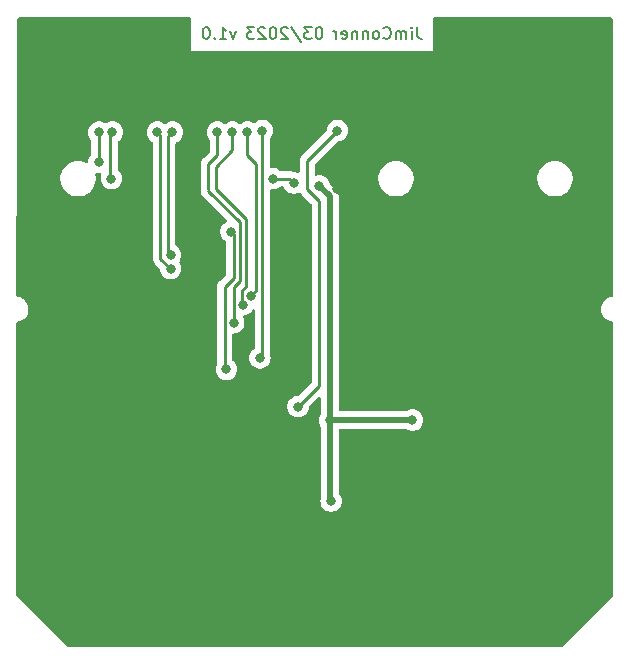
<source format=gbr>
%TF.GenerationSoftware,KiCad,Pcbnew,(7.0.0)*%
%TF.CreationDate,2023-03-05T21:21:49+00:00*%
%TF.ProjectId,connector,636f6e6e-6563-4746-9f72-2e6b69636164,rev?*%
%TF.SameCoordinates,Original*%
%TF.FileFunction,Copper,L2,Bot*%
%TF.FilePolarity,Positive*%
%FSLAX46Y46*%
G04 Gerber Fmt 4.6, Leading zero omitted, Abs format (unit mm)*
G04 Created by KiCad (PCBNEW (7.0.0)) date 2023-03-05 21:21:49*
%MOMM*%
%LPD*%
G01*
G04 APERTURE LIST*
%ADD10C,0.200000*%
%TA.AperFunction,NonConductor*%
%ADD11C,0.200000*%
%TD*%
%TA.AperFunction,ViaPad*%
%ADD12C,0.800000*%
%TD*%
%TA.AperFunction,Conductor*%
%ADD13C,0.500000*%
%TD*%
%TA.AperFunction,Conductor*%
%ADD14C,0.250000*%
%TD*%
G04 APERTURE END LIST*
D10*
D11*
X149625523Y-63883380D02*
X149625523Y-64597666D01*
X149625523Y-64597666D02*
X149673142Y-64740523D01*
X149673142Y-64740523D02*
X149768380Y-64835761D01*
X149768380Y-64835761D02*
X149911237Y-64883380D01*
X149911237Y-64883380D02*
X150006475Y-64883380D01*
X149149332Y-64883380D02*
X149149332Y-64216714D01*
X149149332Y-63883380D02*
X149196951Y-63931000D01*
X149196951Y-63931000D02*
X149149332Y-63978619D01*
X149149332Y-63978619D02*
X149101713Y-63931000D01*
X149101713Y-63931000D02*
X149149332Y-63883380D01*
X149149332Y-63883380D02*
X149149332Y-63978619D01*
X148673142Y-64883380D02*
X148673142Y-64216714D01*
X148673142Y-64311952D02*
X148625523Y-64264333D01*
X148625523Y-64264333D02*
X148530285Y-64216714D01*
X148530285Y-64216714D02*
X148387428Y-64216714D01*
X148387428Y-64216714D02*
X148292190Y-64264333D01*
X148292190Y-64264333D02*
X148244571Y-64359571D01*
X148244571Y-64359571D02*
X148244571Y-64883380D01*
X148244571Y-64359571D02*
X148196952Y-64264333D01*
X148196952Y-64264333D02*
X148101714Y-64216714D01*
X148101714Y-64216714D02*
X147958857Y-64216714D01*
X147958857Y-64216714D02*
X147863618Y-64264333D01*
X147863618Y-64264333D02*
X147815999Y-64359571D01*
X147815999Y-64359571D02*
X147815999Y-64883380D01*
X146768381Y-64788142D02*
X146816000Y-64835761D01*
X146816000Y-64835761D02*
X146958857Y-64883380D01*
X146958857Y-64883380D02*
X147054095Y-64883380D01*
X147054095Y-64883380D02*
X147196952Y-64835761D01*
X147196952Y-64835761D02*
X147292190Y-64740523D01*
X147292190Y-64740523D02*
X147339809Y-64645285D01*
X147339809Y-64645285D02*
X147387428Y-64454809D01*
X147387428Y-64454809D02*
X147387428Y-64311952D01*
X147387428Y-64311952D02*
X147339809Y-64121476D01*
X147339809Y-64121476D02*
X147292190Y-64026238D01*
X147292190Y-64026238D02*
X147196952Y-63931000D01*
X147196952Y-63931000D02*
X147054095Y-63883380D01*
X147054095Y-63883380D02*
X146958857Y-63883380D01*
X146958857Y-63883380D02*
X146816000Y-63931000D01*
X146816000Y-63931000D02*
X146768381Y-63978619D01*
X146196952Y-64883380D02*
X146292190Y-64835761D01*
X146292190Y-64835761D02*
X146339809Y-64788142D01*
X146339809Y-64788142D02*
X146387428Y-64692904D01*
X146387428Y-64692904D02*
X146387428Y-64407190D01*
X146387428Y-64407190D02*
X146339809Y-64311952D01*
X146339809Y-64311952D02*
X146292190Y-64264333D01*
X146292190Y-64264333D02*
X146196952Y-64216714D01*
X146196952Y-64216714D02*
X146054095Y-64216714D01*
X146054095Y-64216714D02*
X145958857Y-64264333D01*
X145958857Y-64264333D02*
X145911238Y-64311952D01*
X145911238Y-64311952D02*
X145863619Y-64407190D01*
X145863619Y-64407190D02*
X145863619Y-64692904D01*
X145863619Y-64692904D02*
X145911238Y-64788142D01*
X145911238Y-64788142D02*
X145958857Y-64835761D01*
X145958857Y-64835761D02*
X146054095Y-64883380D01*
X146054095Y-64883380D02*
X146196952Y-64883380D01*
X145435047Y-64216714D02*
X145435047Y-64883380D01*
X145435047Y-64311952D02*
X145387428Y-64264333D01*
X145387428Y-64264333D02*
X145292190Y-64216714D01*
X145292190Y-64216714D02*
X145149333Y-64216714D01*
X145149333Y-64216714D02*
X145054095Y-64264333D01*
X145054095Y-64264333D02*
X145006476Y-64359571D01*
X145006476Y-64359571D02*
X145006476Y-64883380D01*
X144530285Y-64216714D02*
X144530285Y-64883380D01*
X144530285Y-64311952D02*
X144482666Y-64264333D01*
X144482666Y-64264333D02*
X144387428Y-64216714D01*
X144387428Y-64216714D02*
X144244571Y-64216714D01*
X144244571Y-64216714D02*
X144149333Y-64264333D01*
X144149333Y-64264333D02*
X144101714Y-64359571D01*
X144101714Y-64359571D02*
X144101714Y-64883380D01*
X143244571Y-64835761D02*
X143339809Y-64883380D01*
X143339809Y-64883380D02*
X143530285Y-64883380D01*
X143530285Y-64883380D02*
X143625523Y-64835761D01*
X143625523Y-64835761D02*
X143673142Y-64740523D01*
X143673142Y-64740523D02*
X143673142Y-64359571D01*
X143673142Y-64359571D02*
X143625523Y-64264333D01*
X143625523Y-64264333D02*
X143530285Y-64216714D01*
X143530285Y-64216714D02*
X143339809Y-64216714D01*
X143339809Y-64216714D02*
X143244571Y-64264333D01*
X143244571Y-64264333D02*
X143196952Y-64359571D01*
X143196952Y-64359571D02*
X143196952Y-64454809D01*
X143196952Y-64454809D02*
X143673142Y-64550047D01*
X142768380Y-64883380D02*
X142768380Y-64216714D01*
X142768380Y-64407190D02*
X142720761Y-64311952D01*
X142720761Y-64311952D02*
X142673142Y-64264333D01*
X142673142Y-64264333D02*
X142577904Y-64216714D01*
X142577904Y-64216714D02*
X142482666Y-64216714D01*
X141358856Y-63883380D02*
X141263618Y-63883380D01*
X141263618Y-63883380D02*
X141168380Y-63931000D01*
X141168380Y-63931000D02*
X141120761Y-63978619D01*
X141120761Y-63978619D02*
X141073142Y-64073857D01*
X141073142Y-64073857D02*
X141025523Y-64264333D01*
X141025523Y-64264333D02*
X141025523Y-64502428D01*
X141025523Y-64502428D02*
X141073142Y-64692904D01*
X141073142Y-64692904D02*
X141120761Y-64788142D01*
X141120761Y-64788142D02*
X141168380Y-64835761D01*
X141168380Y-64835761D02*
X141263618Y-64883380D01*
X141263618Y-64883380D02*
X141358856Y-64883380D01*
X141358856Y-64883380D02*
X141454094Y-64835761D01*
X141454094Y-64835761D02*
X141501713Y-64788142D01*
X141501713Y-64788142D02*
X141549332Y-64692904D01*
X141549332Y-64692904D02*
X141596951Y-64502428D01*
X141596951Y-64502428D02*
X141596951Y-64264333D01*
X141596951Y-64264333D02*
X141549332Y-64073857D01*
X141549332Y-64073857D02*
X141501713Y-63978619D01*
X141501713Y-63978619D02*
X141454094Y-63931000D01*
X141454094Y-63931000D02*
X141358856Y-63883380D01*
X140692189Y-63883380D02*
X140073142Y-63883380D01*
X140073142Y-63883380D02*
X140406475Y-64264333D01*
X140406475Y-64264333D02*
X140263618Y-64264333D01*
X140263618Y-64264333D02*
X140168380Y-64311952D01*
X140168380Y-64311952D02*
X140120761Y-64359571D01*
X140120761Y-64359571D02*
X140073142Y-64454809D01*
X140073142Y-64454809D02*
X140073142Y-64692904D01*
X140073142Y-64692904D02*
X140120761Y-64788142D01*
X140120761Y-64788142D02*
X140168380Y-64835761D01*
X140168380Y-64835761D02*
X140263618Y-64883380D01*
X140263618Y-64883380D02*
X140549332Y-64883380D01*
X140549332Y-64883380D02*
X140644570Y-64835761D01*
X140644570Y-64835761D02*
X140692189Y-64788142D01*
X138930285Y-63835761D02*
X139787427Y-65121476D01*
X138644570Y-63978619D02*
X138596951Y-63931000D01*
X138596951Y-63931000D02*
X138501713Y-63883380D01*
X138501713Y-63883380D02*
X138263618Y-63883380D01*
X138263618Y-63883380D02*
X138168380Y-63931000D01*
X138168380Y-63931000D02*
X138120761Y-63978619D01*
X138120761Y-63978619D02*
X138073142Y-64073857D01*
X138073142Y-64073857D02*
X138073142Y-64169095D01*
X138073142Y-64169095D02*
X138120761Y-64311952D01*
X138120761Y-64311952D02*
X138692189Y-64883380D01*
X138692189Y-64883380D02*
X138073142Y-64883380D01*
X137454094Y-63883380D02*
X137358856Y-63883380D01*
X137358856Y-63883380D02*
X137263618Y-63931000D01*
X137263618Y-63931000D02*
X137215999Y-63978619D01*
X137215999Y-63978619D02*
X137168380Y-64073857D01*
X137168380Y-64073857D02*
X137120761Y-64264333D01*
X137120761Y-64264333D02*
X137120761Y-64502428D01*
X137120761Y-64502428D02*
X137168380Y-64692904D01*
X137168380Y-64692904D02*
X137215999Y-64788142D01*
X137215999Y-64788142D02*
X137263618Y-64835761D01*
X137263618Y-64835761D02*
X137358856Y-64883380D01*
X137358856Y-64883380D02*
X137454094Y-64883380D01*
X137454094Y-64883380D02*
X137549332Y-64835761D01*
X137549332Y-64835761D02*
X137596951Y-64788142D01*
X137596951Y-64788142D02*
X137644570Y-64692904D01*
X137644570Y-64692904D02*
X137692189Y-64502428D01*
X137692189Y-64502428D02*
X137692189Y-64264333D01*
X137692189Y-64264333D02*
X137644570Y-64073857D01*
X137644570Y-64073857D02*
X137596951Y-63978619D01*
X137596951Y-63978619D02*
X137549332Y-63931000D01*
X137549332Y-63931000D02*
X137454094Y-63883380D01*
X136739808Y-63978619D02*
X136692189Y-63931000D01*
X136692189Y-63931000D02*
X136596951Y-63883380D01*
X136596951Y-63883380D02*
X136358856Y-63883380D01*
X136358856Y-63883380D02*
X136263618Y-63931000D01*
X136263618Y-63931000D02*
X136215999Y-63978619D01*
X136215999Y-63978619D02*
X136168380Y-64073857D01*
X136168380Y-64073857D02*
X136168380Y-64169095D01*
X136168380Y-64169095D02*
X136215999Y-64311952D01*
X136215999Y-64311952D02*
X136787427Y-64883380D01*
X136787427Y-64883380D02*
X136168380Y-64883380D01*
X135835046Y-63883380D02*
X135215999Y-63883380D01*
X135215999Y-63883380D02*
X135549332Y-64264333D01*
X135549332Y-64264333D02*
X135406475Y-64264333D01*
X135406475Y-64264333D02*
X135311237Y-64311952D01*
X135311237Y-64311952D02*
X135263618Y-64359571D01*
X135263618Y-64359571D02*
X135215999Y-64454809D01*
X135215999Y-64454809D02*
X135215999Y-64692904D01*
X135215999Y-64692904D02*
X135263618Y-64788142D01*
X135263618Y-64788142D02*
X135311237Y-64835761D01*
X135311237Y-64835761D02*
X135406475Y-64883380D01*
X135406475Y-64883380D02*
X135692189Y-64883380D01*
X135692189Y-64883380D02*
X135787427Y-64835761D01*
X135787427Y-64835761D02*
X135835046Y-64788142D01*
X134282665Y-64216714D02*
X134044570Y-64883380D01*
X134044570Y-64883380D02*
X133806475Y-64216714D01*
X132901713Y-64883380D02*
X133473141Y-64883380D01*
X133187427Y-64883380D02*
X133187427Y-63883380D01*
X133187427Y-63883380D02*
X133282665Y-64026238D01*
X133282665Y-64026238D02*
X133377903Y-64121476D01*
X133377903Y-64121476D02*
X133473141Y-64169095D01*
X132473141Y-64788142D02*
X132425522Y-64835761D01*
X132425522Y-64835761D02*
X132473141Y-64883380D01*
X132473141Y-64883380D02*
X132520760Y-64835761D01*
X132520760Y-64835761D02*
X132473141Y-64788142D01*
X132473141Y-64788142D02*
X132473141Y-64883380D01*
X131806475Y-63883380D02*
X131711237Y-63883380D01*
X131711237Y-63883380D02*
X131615999Y-63931000D01*
X131615999Y-63931000D02*
X131568380Y-63978619D01*
X131568380Y-63978619D02*
X131520761Y-64073857D01*
X131520761Y-64073857D02*
X131473142Y-64264333D01*
X131473142Y-64264333D02*
X131473142Y-64502428D01*
X131473142Y-64502428D02*
X131520761Y-64692904D01*
X131520761Y-64692904D02*
X131568380Y-64788142D01*
X131568380Y-64788142D02*
X131615999Y-64835761D01*
X131615999Y-64835761D02*
X131711237Y-64883380D01*
X131711237Y-64883380D02*
X131806475Y-64883380D01*
X131806475Y-64883380D02*
X131901713Y-64835761D01*
X131901713Y-64835761D02*
X131949332Y-64788142D01*
X131949332Y-64788142D02*
X131996951Y-64692904D01*
X131996951Y-64692904D02*
X132044570Y-64502428D01*
X132044570Y-64502428D02*
X132044570Y-64264333D01*
X132044570Y-64264333D02*
X131996951Y-64073857D01*
X131996951Y-64073857D02*
X131949332Y-63978619D01*
X131949332Y-63978619D02*
X131901713Y-63931000D01*
X131901713Y-63931000D02*
X131806475Y-63883380D01*
D12*
%TO.N,GND*%
X142812000Y-77597000D03*
X144843500Y-72453500D03*
X150082000Y-88519000D03*
%TO.N,VCC*%
X142208000Y-97155000D03*
X149225000Y-97155000D03*
X142335000Y-104013000D03*
X141351000Y-77343000D03*
%TO.N,/A14*%
X142875000Y-72644000D03*
X139536701Y-96012000D03*
%TO.N,/A13*%
X136525000Y-72644000D03*
X136306800Y-91880200D03*
%TO.N,/A8*%
X135514500Y-86614000D03*
X135255000Y-72771000D03*
%TO.N,/A9*%
X133985000Y-72771000D03*
X134859229Y-87368736D03*
%TO.N,/A11*%
X134084299Y-88895701D03*
X132715000Y-72771000D03*
%TO.N,/A10*%
X128905000Y-72771000D03*
X128741701Y-83189299D03*
%TO.N,/D4*%
X122682000Y-72771000D03*
X122682000Y-75311000D03*
%TO.N,/D3*%
X123735000Y-76708000D03*
X123825000Y-72771000D03*
%TO.N,/ROE*%
X137414000Y-76708000D03*
X139192000Y-77089000D03*
%TO.N,Net-(D1-K)*%
X133472701Y-92841299D03*
X133863500Y-81190500D03*
%TO.N,/~{SE1}*%
X127635000Y-72771000D03*
X128746000Y-84328000D03*
%TD*%
D13*
%TO.N,VCC*%
X142208000Y-78200000D02*
X142208000Y-78359000D01*
X141351000Y-77343000D02*
X142208000Y-78200000D01*
D14*
%TO.N,/A14*%
X140303000Y-75216000D02*
X142875000Y-72644000D01*
X140303000Y-77601653D02*
X140303000Y-75216000D01*
%TO.N,/A8*%
X135514500Y-86614000D02*
X136017000Y-86111500D01*
X136017000Y-86111500D02*
X136017000Y-86016500D01*
%TO.N,/A10*%
X128524000Y-82971598D02*
X128524000Y-82812598D01*
X128741701Y-83189299D02*
X128524000Y-82971598D01*
%TO.N,/~{SE1}*%
X128746000Y-84328000D02*
X127889000Y-83471000D01*
X127889000Y-83471000D02*
X127889000Y-83312000D01*
%TO.N,VCC*%
X142335000Y-104013000D02*
X142208000Y-103886000D01*
D13*
X142208000Y-103886000D02*
X142208000Y-97155000D01*
X149225000Y-97155000D02*
X142208000Y-97155000D01*
X142208000Y-78359000D02*
X142208000Y-97155000D01*
D14*
%TO.N,/A14*%
X141319000Y-94229701D02*
X141319000Y-78617653D01*
X141319000Y-78617653D02*
X140303000Y-77601653D01*
X139536701Y-96012000D02*
X141319000Y-94229701D01*
%TO.N,/A13*%
X136525000Y-91567000D02*
X136525000Y-72644000D01*
X136306800Y-91880200D02*
X136493000Y-91694000D01*
%TO.N,/A8*%
X135255000Y-74676000D02*
X135255000Y-72771000D01*
X136017000Y-86016500D02*
X136017000Y-75438000D01*
X136017000Y-75438000D02*
X135255000Y-74676000D01*
%TO.N,/A9*%
X132588000Y-77470000D02*
X132588000Y-75692000D01*
X134789500Y-87299007D02*
X134789500Y-86158500D01*
X132588000Y-75692000D02*
X133985000Y-74295000D01*
X134789500Y-86158500D02*
X135096000Y-85852000D01*
X134859229Y-87368736D02*
X134789500Y-87299007D01*
X135096000Y-85852000D02*
X135096000Y-80137000D01*
X133985000Y-74295000D02*
X133985000Y-72771000D01*
X135096000Y-80137000D02*
X132556000Y-77597000D01*
%TO.N,/A11*%
X131953000Y-77597000D02*
X131953000Y-75438000D01*
X134588000Y-85344000D02*
X134588000Y-80391000D01*
X134080000Y-85852000D02*
X134588000Y-85344000D01*
X131953000Y-75438000D02*
X132715000Y-74676000D01*
X134084299Y-88895701D02*
X134080000Y-88891402D01*
X134588000Y-80391000D02*
X131921000Y-77724000D01*
X134080000Y-88891402D02*
X134080000Y-85852000D01*
X132715000Y-74676000D02*
X132715000Y-72771000D01*
%TO.N,/A10*%
X128524000Y-73152000D02*
X128905000Y-72771000D01*
X128524000Y-82812598D02*
X128524000Y-73152000D01*
%TO.N,/D4*%
X122682000Y-75311000D02*
X122682000Y-72771000D01*
%TO.N,/D3*%
X123735000Y-76708000D02*
X123630200Y-76603200D01*
X123630200Y-76603200D02*
X123630200Y-72965800D01*
X123630200Y-72965800D02*
X123825000Y-72771000D01*
%TO.N,/ROE*%
X138811000Y-76708000D02*
X139192000Y-77089000D01*
X137414000Y-76708000D02*
X138811000Y-76708000D01*
%TO.N,Net-(D1-K)*%
X133472701Y-92841299D02*
X133318000Y-92686598D01*
X134080000Y-85090000D02*
X134080000Y-81407000D01*
X133318000Y-92686598D02*
X133318000Y-85852000D01*
X133318000Y-85852000D02*
X134080000Y-85090000D01*
X134080000Y-81407000D02*
X133863500Y-81190500D01*
%TO.N,/~{SE1}*%
X127889000Y-73025000D02*
X127635000Y-72771000D01*
X127889000Y-83312000D02*
X127889000Y-73025000D01*
%TD*%
%TA.AperFunction,Conductor*%
%TO.N,GND*%
G36*
X130418310Y-63034381D02*
G01*
X130464429Y-63080500D01*
X130481310Y-63143500D01*
X130481310Y-65917357D01*
X150934101Y-65917357D01*
X150950691Y-65917357D01*
X150950691Y-63143500D01*
X150967572Y-63080500D01*
X151013691Y-63034381D01*
X151076691Y-63017500D01*
X165926246Y-63017500D01*
X165974464Y-63027091D01*
X166015341Y-63054404D01*
X166180508Y-63219570D01*
X166207855Y-63260527D01*
X166217413Y-63308838D01*
X166185695Y-86597732D01*
X166172435Y-86653825D01*
X166135581Y-86698145D01*
X166082848Y-86721415D01*
X165999770Y-86736945D01*
X165924759Y-86750967D01*
X165919336Y-86753067D01*
X165919332Y-86753069D01*
X165750209Y-86818587D01*
X165750201Y-86818590D01*
X165744775Y-86820693D01*
X165739824Y-86823758D01*
X165739815Y-86823763D01*
X165585620Y-86919237D01*
X165580667Y-86922304D01*
X165576368Y-86926222D01*
X165576364Y-86926226D01*
X165442330Y-87048414D01*
X165442322Y-87048422D01*
X165438025Y-87052340D01*
X165434520Y-87056980D01*
X165434512Y-87056990D01*
X165325215Y-87201723D01*
X165325211Y-87201728D01*
X165321705Y-87206372D01*
X165319110Y-87211581D01*
X165319107Y-87211588D01*
X165238266Y-87373937D01*
X165238261Y-87373948D01*
X165235669Y-87379155D01*
X165234075Y-87384756D01*
X165234075Y-87384757D01*
X165184439Y-87559206D01*
X165184436Y-87559216D01*
X165182847Y-87564805D01*
X165165038Y-87757000D01*
X165182847Y-87949195D01*
X165184437Y-87954785D01*
X165184439Y-87954793D01*
X165205287Y-88028063D01*
X165235669Y-88134845D01*
X165238263Y-88140055D01*
X165238266Y-88140062D01*
X165318050Y-88300288D01*
X165321705Y-88307628D01*
X165325214Y-88312275D01*
X165325215Y-88312276D01*
X165434512Y-88457009D01*
X165434516Y-88457013D01*
X165438025Y-88461660D01*
X165442327Y-88465582D01*
X165442330Y-88465585D01*
X165506567Y-88524145D01*
X165580667Y-88591696D01*
X165744775Y-88693307D01*
X165924759Y-88763033D01*
X166082653Y-88792548D01*
X166135432Y-88815853D01*
X166172291Y-88860240D01*
X166185500Y-88916403D01*
X166185500Y-112019310D01*
X166175909Y-112067528D01*
X166148595Y-112108405D01*
X161961905Y-116295095D01*
X161921028Y-116322409D01*
X161872810Y-116332000D01*
X120067190Y-116332000D01*
X120018972Y-116322409D01*
X119978095Y-116295095D01*
X115733905Y-112050905D01*
X115706591Y-112010028D01*
X115697000Y-111961810D01*
X115697000Y-88915188D01*
X115710209Y-88859025D01*
X115747068Y-88814638D01*
X115799847Y-88791333D01*
X115951241Y-88763033D01*
X116131225Y-88693307D01*
X116295333Y-88591696D01*
X116437975Y-88461660D01*
X116554295Y-88307628D01*
X116640331Y-88134845D01*
X116693153Y-87949195D01*
X116710962Y-87757000D01*
X116693153Y-87564805D01*
X116640331Y-87379155D01*
X116608632Y-87315496D01*
X116556892Y-87211588D01*
X116554295Y-87206372D01*
X116437975Y-87052340D01*
X116433671Y-87048417D01*
X116433669Y-87048414D01*
X116299635Y-86926226D01*
X116299636Y-86926226D01*
X116295333Y-86922304D01*
X116222003Y-86876900D01*
X116136184Y-86823763D01*
X116136180Y-86823761D01*
X116131225Y-86820693D01*
X116125794Y-86818589D01*
X116125790Y-86818587D01*
X115956667Y-86753069D01*
X115956666Y-86753068D01*
X115951241Y-86750967D01*
X115945522Y-86749898D01*
X115945519Y-86749897D01*
X115852252Y-86732462D01*
X115799847Y-86722666D01*
X115747068Y-86699362D01*
X115710209Y-86654975D01*
X115697000Y-86598812D01*
X115697000Y-81968648D01*
X115702585Y-77867762D01*
X115703995Y-76832335D01*
X119403500Y-76832335D01*
X119404356Y-76837469D01*
X119404357Y-76837472D01*
X119426712Y-76971444D01*
X119444429Y-77077614D01*
X119446119Y-77082538D01*
X119446121Y-77082544D01*
X119523478Y-77307878D01*
X119523481Y-77307886D01*
X119525172Y-77312810D01*
X119643526Y-77531509D01*
X119646725Y-77535619D01*
X119789085Y-77718524D01*
X119796262Y-77727744D01*
X119800093Y-77731271D01*
X119800098Y-77731276D01*
X119934766Y-77855246D01*
X119979215Y-77896164D01*
X120187393Y-78032173D01*
X120415119Y-78132063D01*
X120656179Y-78193108D01*
X120841933Y-78208500D01*
X120963453Y-78208500D01*
X120966067Y-78208500D01*
X121151821Y-78193108D01*
X121392881Y-78132063D01*
X121620607Y-78032173D01*
X121828785Y-77896164D01*
X122011738Y-77727744D01*
X122164474Y-77531509D01*
X122282828Y-77312810D01*
X122363571Y-77077614D01*
X122404500Y-76832335D01*
X122404500Y-76583665D01*
X122365248Y-76348437D01*
X122369968Y-76287940D01*
X122402420Y-76236663D01*
X122455078Y-76206503D01*
X122515727Y-76204454D01*
X122525367Y-76206503D01*
X122586513Y-76219500D01*
X122593116Y-76219500D01*
X122765046Y-76219500D01*
X122822249Y-76233233D01*
X122866982Y-76271439D01*
X122889495Y-76325789D01*
X122884879Y-76384436D01*
X122843497Y-76511794D01*
X122843495Y-76511801D01*
X122841458Y-76518072D01*
X122840768Y-76524633D01*
X122840768Y-76524635D01*
X122835104Y-76578527D01*
X122821496Y-76708000D01*
X122841458Y-76897928D01*
X122843495Y-76904200D01*
X122843497Y-76904205D01*
X122898430Y-77073271D01*
X122898433Y-77073278D01*
X122900473Y-77079556D01*
X122995960Y-77244944D01*
X123123747Y-77386866D01*
X123278248Y-77499118D01*
X123452712Y-77576794D01*
X123639513Y-77616500D01*
X123823884Y-77616500D01*
X123830487Y-77616500D01*
X124017288Y-77576794D01*
X124191752Y-77499118D01*
X124346253Y-77386866D01*
X124474040Y-77244944D01*
X124569527Y-77079556D01*
X124628542Y-76897928D01*
X124648504Y-76708000D01*
X124628542Y-76518072D01*
X124569527Y-76336444D01*
X124474040Y-76171056D01*
X124346253Y-76029134D01*
X124315639Y-76006891D01*
X124277433Y-75962158D01*
X124263700Y-75904955D01*
X124263700Y-73639434D01*
X124277433Y-73582231D01*
X124315639Y-73537498D01*
X124377467Y-73492576D01*
X124436253Y-73449866D01*
X124564040Y-73307944D01*
X124659527Y-73142556D01*
X124718542Y-72960928D01*
X124738504Y-72771000D01*
X126721496Y-72771000D01*
X126741458Y-72960928D01*
X126743495Y-72967200D01*
X126743497Y-72967205D01*
X126798430Y-73136271D01*
X126798433Y-73136278D01*
X126800473Y-73142556D01*
X126895960Y-73307944D01*
X126930698Y-73346524D01*
X127012884Y-73437802D01*
X127023747Y-73449866D01*
X127178248Y-73562118D01*
X127184280Y-73564803D01*
X127190001Y-73568107D01*
X127189342Y-73569247D01*
X127220146Y-73590822D01*
X127246328Y-73631145D01*
X127255500Y-73678339D01*
X127255500Y-83392233D01*
X127254972Y-83403416D01*
X127253298Y-83410909D01*
X127253547Y-83418833D01*
X127253547Y-83418835D01*
X127255438Y-83478986D01*
X127255500Y-83482945D01*
X127255500Y-83510856D01*
X127255995Y-83514774D01*
X127255997Y-83514806D01*
X127256008Y-83514888D01*
X127256937Y-83526697D01*
X127258077Y-83562969D01*
X127258078Y-83562976D01*
X127258327Y-83570889D01*
X127260537Y-83578498D01*
X127260538Y-83578500D01*
X127263978Y-83590342D01*
X127267986Y-83609693D01*
X127270526Y-83629797D01*
X127273444Y-83637169D01*
X127273445Y-83637170D01*
X127286800Y-83670901D01*
X127290645Y-83682130D01*
X127300771Y-83716986D01*
X127300773Y-83716992D01*
X127302982Y-83724593D01*
X127307014Y-83731411D01*
X127307015Y-83731413D01*
X127313293Y-83742029D01*
X127321990Y-83759782D01*
X127329448Y-83778617D01*
X127334107Y-83785030D01*
X127334108Y-83785031D01*
X127355432Y-83814381D01*
X127361948Y-83824301D01*
X127380422Y-83855538D01*
X127384458Y-83862362D01*
X127390063Y-83867967D01*
X127398778Y-83876682D01*
X127411618Y-83891715D01*
X127423528Y-83908107D01*
X127429635Y-83913159D01*
X127429636Y-83913160D01*
X127457592Y-83936287D01*
X127466373Y-83944277D01*
X127798878Y-84276783D01*
X127823508Y-84311633D01*
X127835092Y-84352707D01*
X127851768Y-84511364D01*
X127852458Y-84517928D01*
X127854495Y-84524200D01*
X127854497Y-84524205D01*
X127909430Y-84693271D01*
X127909433Y-84693278D01*
X127911473Y-84699556D01*
X128006960Y-84864944D01*
X128134747Y-85006866D01*
X128289248Y-85119118D01*
X128463712Y-85196794D01*
X128650513Y-85236500D01*
X128834884Y-85236500D01*
X128841487Y-85236500D01*
X129028288Y-85196794D01*
X129202752Y-85119118D01*
X129357253Y-85006866D01*
X129485040Y-84864944D01*
X129580527Y-84699556D01*
X129639542Y-84517928D01*
X129659504Y-84328000D01*
X129639542Y-84138072D01*
X129580527Y-83956444D01*
X129500552Y-83817924D01*
X129483672Y-83754926D01*
X129500551Y-83691929D01*
X129576228Y-83560855D01*
X129635243Y-83379227D01*
X129655205Y-83189299D01*
X129635243Y-82999371D01*
X129576228Y-82817743D01*
X129480741Y-82652355D01*
X129352954Y-82510433D01*
X129347612Y-82506552D01*
X129347609Y-82506549D01*
X129209439Y-82406163D01*
X129171233Y-82361430D01*
X129157500Y-82304227D01*
X129157500Y-77663909D01*
X131285298Y-77663909D01*
X131285547Y-77671833D01*
X131285547Y-77671835D01*
X131290077Y-77815963D01*
X131290078Y-77815969D01*
X131290327Y-77823889D01*
X131292538Y-77831501D01*
X131292539Y-77831504D01*
X131329174Y-77957603D01*
X131334982Y-77977593D01*
X131339014Y-77984411D01*
X131339016Y-77984415D01*
X131412424Y-78108541D01*
X131416458Y-78115362D01*
X131422062Y-78120966D01*
X131422063Y-78120967D01*
X133480354Y-80179258D01*
X133511591Y-80230988D01*
X133515149Y-80291314D01*
X133490210Y-80346358D01*
X133442509Y-80383459D01*
X133412783Y-80396694D01*
X133412774Y-80396698D01*
X133406748Y-80399382D01*
X133401407Y-80403262D01*
X133401406Y-80403263D01*
X133257591Y-80507750D01*
X133257583Y-80507756D01*
X133252247Y-80511634D01*
X133247830Y-80516539D01*
X133247825Y-80516544D01*
X133128879Y-80648648D01*
X133124460Y-80653556D01*
X133121161Y-80659269D01*
X133121158Y-80659274D01*
X133032277Y-80813221D01*
X133028973Y-80818944D01*
X133026934Y-80825218D01*
X133026930Y-80825228D01*
X132971997Y-80994294D01*
X132971995Y-80994301D01*
X132969958Y-81000572D01*
X132949996Y-81190500D01*
X132969958Y-81380428D01*
X132971995Y-81386700D01*
X132971997Y-81386705D01*
X133026930Y-81555771D01*
X133026933Y-81555778D01*
X133028973Y-81562056D01*
X133124460Y-81727444D01*
X133252247Y-81869366D01*
X133257589Y-81873247D01*
X133257591Y-81873249D01*
X133394561Y-81972764D01*
X133432767Y-82017497D01*
X133446500Y-82074700D01*
X133446500Y-84775405D01*
X133436909Y-84823623D01*
X133409595Y-84864501D01*
X132925741Y-85348353D01*
X132917458Y-85355889D01*
X132910982Y-85360000D01*
X132905562Y-85365771D01*
X132905559Y-85365774D01*
X132864370Y-85409636D01*
X132861621Y-85412472D01*
X132844667Y-85429427D01*
X132844660Y-85429434D01*
X132841865Y-85432230D01*
X132839442Y-85435352D01*
X132839426Y-85435371D01*
X132839365Y-85435451D01*
X132831690Y-85444435D01*
X132806838Y-85470902D01*
X132806835Y-85470904D01*
X132801414Y-85476679D01*
X132797600Y-85483614D01*
X132797592Y-85483627D01*
X132791650Y-85494436D01*
X132780803Y-85510949D01*
X132773243Y-85520695D01*
X132773237Y-85520704D01*
X132768386Y-85526959D01*
X132765242Y-85534223D01*
X132765238Y-85534231D01*
X132750824Y-85567540D01*
X132745604Y-85578195D01*
X132728125Y-85609989D01*
X132728121Y-85609997D01*
X132724305Y-85616940D01*
X132722333Y-85624616D01*
X132722331Y-85624624D01*
X132719266Y-85636562D01*
X132712865Y-85655259D01*
X132707968Y-85666576D01*
X132707966Y-85666581D01*
X132704819Y-85673855D01*
X132703579Y-85681680D01*
X132703577Y-85681689D01*
X132697901Y-85717524D01*
X132695495Y-85729144D01*
X132686471Y-85764289D01*
X132686469Y-85764297D01*
X132684500Y-85771970D01*
X132684500Y-85779899D01*
X132684500Y-85792224D01*
X132682949Y-85811935D01*
X132681019Y-85824114D01*
X132681018Y-85824121D01*
X132679780Y-85831943D01*
X132680525Y-85839826D01*
X132680525Y-85839834D01*
X132683941Y-85875961D01*
X132684500Y-85887819D01*
X132684500Y-92355743D01*
X132667619Y-92418742D01*
X132638174Y-92469743D01*
X132636135Y-92476017D01*
X132636131Y-92476027D01*
X132581198Y-92645093D01*
X132581196Y-92645100D01*
X132579159Y-92651371D01*
X132578469Y-92657932D01*
X132578469Y-92657934D01*
X132568754Y-92750366D01*
X132559197Y-92841299D01*
X132579159Y-93031227D01*
X132581196Y-93037499D01*
X132581198Y-93037504D01*
X132636131Y-93206570D01*
X132636134Y-93206577D01*
X132638174Y-93212855D01*
X132733661Y-93378243D01*
X132861448Y-93520165D01*
X133015949Y-93632417D01*
X133190413Y-93710093D01*
X133377214Y-93749799D01*
X133561585Y-93749799D01*
X133568188Y-93749799D01*
X133754989Y-93710093D01*
X133929453Y-93632417D01*
X134083954Y-93520165D01*
X134211741Y-93378243D01*
X134307228Y-93212855D01*
X134366243Y-93031227D01*
X134386205Y-92841299D01*
X134366243Y-92651371D01*
X134307228Y-92469743D01*
X134211741Y-92304355D01*
X134083954Y-92162433D01*
X134078612Y-92158552D01*
X134078609Y-92158549D01*
X134003439Y-92103935D01*
X133965233Y-92059202D01*
X133951500Y-92001999D01*
X133951500Y-89930201D01*
X133968381Y-89867201D01*
X134014500Y-89821082D01*
X134077500Y-89804201D01*
X134173183Y-89804201D01*
X134179786Y-89804201D01*
X134366587Y-89764495D01*
X134541051Y-89686819D01*
X134695552Y-89574567D01*
X134823339Y-89432645D01*
X134918826Y-89267257D01*
X134977841Y-89085629D01*
X134997803Y-88895701D01*
X134977841Y-88705773D01*
X134918826Y-88524145D01*
X134882490Y-88461209D01*
X134865782Y-88404803D01*
X134876502Y-88346960D01*
X134912315Y-88300288D01*
X134965410Y-88274962D01*
X135141517Y-88237530D01*
X135315981Y-88159854D01*
X135470482Y-88047602D01*
X135598269Y-87905680D01*
X135656381Y-87805026D01*
X135702500Y-87758908D01*
X135765500Y-87742027D01*
X135828500Y-87758908D01*
X135874619Y-87805027D01*
X135891500Y-87868027D01*
X135891500Y-90994765D01*
X135877767Y-91051968D01*
X135839561Y-91096701D01*
X135700891Y-91197450D01*
X135700883Y-91197456D01*
X135695547Y-91201334D01*
X135691130Y-91206239D01*
X135691125Y-91206244D01*
X135572179Y-91338348D01*
X135567760Y-91343256D01*
X135564461Y-91348969D01*
X135564458Y-91348974D01*
X135475577Y-91502921D01*
X135472273Y-91508644D01*
X135470234Y-91514918D01*
X135470230Y-91514928D01*
X135415297Y-91683994D01*
X135415295Y-91684001D01*
X135413258Y-91690272D01*
X135393296Y-91880200D01*
X135413258Y-92070128D01*
X135415295Y-92076400D01*
X135415297Y-92076405D01*
X135470230Y-92245471D01*
X135470233Y-92245478D01*
X135472273Y-92251756D01*
X135567760Y-92417144D01*
X135695547Y-92559066D01*
X135850048Y-92671318D01*
X136024512Y-92748994D01*
X136211313Y-92788700D01*
X136395684Y-92788700D01*
X136402287Y-92788700D01*
X136589088Y-92748994D01*
X136763552Y-92671318D01*
X136918053Y-92559066D01*
X137045840Y-92417144D01*
X137141327Y-92251756D01*
X137200342Y-92070128D01*
X137220304Y-91880200D01*
X137200342Y-91690272D01*
X137164666Y-91580476D01*
X137158500Y-91541540D01*
X137158500Y-77738086D01*
X137170774Y-77683843D01*
X137205204Y-77640167D01*
X137255082Y-77615568D01*
X137305435Y-77614907D01*
X137305485Y-77614437D01*
X137309455Y-77614854D01*
X137310692Y-77614838D01*
X137312052Y-77615127D01*
X137312055Y-77615127D01*
X137318513Y-77616500D01*
X137502884Y-77616500D01*
X137509487Y-77616500D01*
X137696288Y-77576794D01*
X137870752Y-77499118D01*
X138025253Y-77386866D01*
X138029669Y-77381961D01*
X138034580Y-77377540D01*
X138035275Y-77378312D01*
X138070953Y-77352392D01*
X138122200Y-77341500D01*
X138227245Y-77341500D01*
X138278494Y-77352393D01*
X138320881Y-77383189D01*
X138347077Y-77428561D01*
X138357473Y-77460556D01*
X138452960Y-77625944D01*
X138580747Y-77767866D01*
X138735248Y-77880118D01*
X138909712Y-77957794D01*
X139096513Y-77997500D01*
X139280884Y-77997500D01*
X139287487Y-77997500D01*
X139474288Y-77957794D01*
X139611092Y-77896885D01*
X139666739Y-77886070D01*
X139721498Y-77900746D01*
X139764279Y-77937941D01*
X139767060Y-77941769D01*
X139769439Y-77945044D01*
X139775948Y-77954954D01*
X139793372Y-77984415D01*
X139798458Y-77993015D01*
X139804063Y-77998620D01*
X139812778Y-78007335D01*
X139825618Y-78022368D01*
X139830671Y-78029323D01*
X139837528Y-78038760D01*
X139843635Y-78043812D01*
X139843636Y-78043813D01*
X139871592Y-78066940D01*
X139880373Y-78074930D01*
X140648596Y-78843154D01*
X140675909Y-78884031D01*
X140685500Y-78932249D01*
X140685500Y-93915106D01*
X140675909Y-93963324D01*
X140648595Y-94004201D01*
X139586201Y-95066595D01*
X139545324Y-95093909D01*
X139497106Y-95103500D01*
X139441214Y-95103500D01*
X139434761Y-95104871D01*
X139434757Y-95104872D01*
X139260869Y-95141833D01*
X139260862Y-95141835D01*
X139254413Y-95143206D01*
X139248383Y-95145890D01*
X139248382Y-95145891D01*
X139085979Y-95218197D01*
X139085976Y-95218198D01*
X139079949Y-95220882D01*
X139074608Y-95224762D01*
X139074607Y-95224763D01*
X138930792Y-95329250D01*
X138930784Y-95329256D01*
X138925448Y-95333134D01*
X138921031Y-95338039D01*
X138921026Y-95338044D01*
X138802080Y-95470148D01*
X138797661Y-95475056D01*
X138794362Y-95480769D01*
X138794359Y-95480774D01*
X138705478Y-95634721D01*
X138702174Y-95640444D01*
X138700135Y-95646718D01*
X138700131Y-95646728D01*
X138645198Y-95815794D01*
X138645196Y-95815801D01*
X138643159Y-95822072D01*
X138623197Y-96012000D01*
X138643159Y-96201928D01*
X138645196Y-96208200D01*
X138645198Y-96208205D01*
X138700131Y-96377271D01*
X138700134Y-96377278D01*
X138702174Y-96383556D01*
X138797661Y-96548944D01*
X138859840Y-96618001D01*
X138916565Y-96681001D01*
X138925448Y-96690866D01*
X139079949Y-96803118D01*
X139254413Y-96880794D01*
X139441214Y-96920500D01*
X139625585Y-96920500D01*
X139632188Y-96920500D01*
X139818989Y-96880794D01*
X139993453Y-96803118D01*
X140147954Y-96690866D01*
X140275741Y-96548944D01*
X140371228Y-96383556D01*
X140430243Y-96201928D01*
X140447608Y-96036702D01*
X140459192Y-95995631D01*
X140483818Y-95960785D01*
X141234407Y-95210197D01*
X141284564Y-95179462D01*
X141343211Y-95174846D01*
X141397561Y-95197359D01*
X141435767Y-95242092D01*
X141449500Y-95299295D01*
X141449500Y-96618001D01*
X141432619Y-96681000D01*
X141373473Y-96783444D01*
X141371434Y-96789718D01*
X141371430Y-96789728D01*
X141316497Y-96958794D01*
X141316495Y-96958801D01*
X141314458Y-96965072D01*
X141294496Y-97155000D01*
X141314458Y-97344928D01*
X141316495Y-97351200D01*
X141316497Y-97351205D01*
X141371430Y-97520271D01*
X141371433Y-97520278D01*
X141373473Y-97526556D01*
X141376777Y-97532278D01*
X141432619Y-97628999D01*
X141449500Y-97691999D01*
X141449500Y-103778365D01*
X141444451Y-103810244D01*
X141444871Y-103810334D01*
X141443497Y-103816794D01*
X141441458Y-103823072D01*
X141421496Y-104013000D01*
X141441458Y-104202928D01*
X141443495Y-104209200D01*
X141443497Y-104209205D01*
X141498430Y-104378271D01*
X141498433Y-104378278D01*
X141500473Y-104384556D01*
X141595960Y-104549944D01*
X141723747Y-104691866D01*
X141878248Y-104804118D01*
X142052712Y-104881794D01*
X142239513Y-104921500D01*
X142423884Y-104921500D01*
X142430487Y-104921500D01*
X142617288Y-104881794D01*
X142791752Y-104804118D01*
X142946253Y-104691866D01*
X143074040Y-104549944D01*
X143169527Y-104384556D01*
X143228542Y-104202928D01*
X143248504Y-104013000D01*
X143228542Y-103823072D01*
X143169527Y-103641444D01*
X143074040Y-103476056D01*
X142998863Y-103392564D01*
X142974869Y-103353409D01*
X142966500Y-103308254D01*
X142966500Y-98039500D01*
X142983381Y-97976500D01*
X143029500Y-97930381D01*
X143092500Y-97913500D01*
X148682413Y-97913500D01*
X148721348Y-97919667D01*
X148756472Y-97937563D01*
X148762902Y-97942234D01*
X148768248Y-97946118D01*
X148942712Y-98023794D01*
X149129513Y-98063500D01*
X149313884Y-98063500D01*
X149320487Y-98063500D01*
X149507288Y-98023794D01*
X149681752Y-97946118D01*
X149836253Y-97833866D01*
X149964040Y-97691944D01*
X150059527Y-97526556D01*
X150118542Y-97344928D01*
X150138504Y-97155000D01*
X150118542Y-96965072D01*
X150059527Y-96783444D01*
X149964040Y-96618056D01*
X149836253Y-96476134D01*
X149830911Y-96472253D01*
X149830908Y-96472250D01*
X149753057Y-96415688D01*
X149681752Y-96363882D01*
X149507288Y-96286206D01*
X149500835Y-96284834D01*
X149500831Y-96284833D01*
X149326943Y-96247872D01*
X149326940Y-96247871D01*
X149320487Y-96246500D01*
X149129513Y-96246500D01*
X149123060Y-96247871D01*
X149123056Y-96247872D01*
X148949168Y-96284833D01*
X148949161Y-96284835D01*
X148942712Y-96286206D01*
X148936682Y-96288890D01*
X148936681Y-96288891D01*
X148774278Y-96361197D01*
X148774275Y-96361198D01*
X148768248Y-96363882D01*
X148762909Y-96367760D01*
X148762902Y-96367765D01*
X148756472Y-96372437D01*
X148721348Y-96390333D01*
X148682413Y-96396500D01*
X143092500Y-96396500D01*
X143029500Y-96379619D01*
X142983381Y-96333500D01*
X142966500Y-96270500D01*
X142966500Y-78264442D01*
X142967830Y-78246180D01*
X142968126Y-78244155D01*
X142971341Y-78222211D01*
X142966978Y-78172353D01*
X142966500Y-78161372D01*
X142966500Y-78159488D01*
X142966500Y-78155820D01*
X142962866Y-78124734D01*
X142962495Y-78121115D01*
X142955887Y-78045574D01*
X142953577Y-78038605D01*
X142952896Y-78035303D01*
X142952827Y-78034880D01*
X142952709Y-78034461D01*
X142951931Y-78031180D01*
X142951079Y-78023887D01*
X142925139Y-77952620D01*
X142923952Y-77949203D01*
X142922574Y-77945044D01*
X142900114Y-77877262D01*
X142896259Y-77871013D01*
X142894840Y-77867969D01*
X142894669Y-77867556D01*
X142894459Y-77867180D01*
X142892945Y-77864166D01*
X142890435Y-77857268D01*
X142848776Y-77793930D01*
X142846811Y-77790845D01*
X142810885Y-77732598D01*
X142810881Y-77732594D01*
X142807030Y-77726349D01*
X142801838Y-77721157D01*
X142799756Y-77718524D01*
X142799495Y-77718163D01*
X142799210Y-77717852D01*
X142797036Y-77715261D01*
X142793001Y-77709126D01*
X142737825Y-77657070D01*
X142735197Y-77654516D01*
X142271125Y-77190444D01*
X142240387Y-77140285D01*
X142187569Y-76977728D01*
X142187568Y-76977726D01*
X142185527Y-76971444D01*
X142105212Y-76832335D01*
X146327500Y-76832335D01*
X146328356Y-76837469D01*
X146328357Y-76837472D01*
X146350712Y-76971444D01*
X146368429Y-77077614D01*
X146370119Y-77082538D01*
X146370121Y-77082544D01*
X146447478Y-77307878D01*
X146447481Y-77307886D01*
X146449172Y-77312810D01*
X146567526Y-77531509D01*
X146570725Y-77535619D01*
X146713085Y-77718524D01*
X146720262Y-77727744D01*
X146724093Y-77731271D01*
X146724098Y-77731276D01*
X146858766Y-77855246D01*
X146903215Y-77896164D01*
X147111393Y-78032173D01*
X147339119Y-78132063D01*
X147580179Y-78193108D01*
X147765933Y-78208500D01*
X147887453Y-78208500D01*
X147890067Y-78208500D01*
X148075821Y-78193108D01*
X148316881Y-78132063D01*
X148544607Y-78032173D01*
X148752785Y-77896164D01*
X148935738Y-77727744D01*
X149088474Y-77531509D01*
X149206828Y-77312810D01*
X149287571Y-77077614D01*
X149328500Y-76832335D01*
X159789500Y-76832335D01*
X159790356Y-76837469D01*
X159790357Y-76837472D01*
X159812712Y-76971444D01*
X159830429Y-77077614D01*
X159832119Y-77082538D01*
X159832121Y-77082544D01*
X159909478Y-77307878D01*
X159909481Y-77307886D01*
X159911172Y-77312810D01*
X160029526Y-77531509D01*
X160032725Y-77535619D01*
X160175085Y-77718524D01*
X160182262Y-77727744D01*
X160186093Y-77731271D01*
X160186098Y-77731276D01*
X160320766Y-77855246D01*
X160365215Y-77896164D01*
X160573393Y-78032173D01*
X160801119Y-78132063D01*
X161042179Y-78193108D01*
X161227933Y-78208500D01*
X161349453Y-78208500D01*
X161352067Y-78208500D01*
X161537821Y-78193108D01*
X161778881Y-78132063D01*
X162006607Y-78032173D01*
X162214785Y-77896164D01*
X162397738Y-77727744D01*
X162550474Y-77531509D01*
X162668828Y-77312810D01*
X162749571Y-77077614D01*
X162790500Y-76832335D01*
X162790500Y-76583665D01*
X162749571Y-76338386D01*
X162694126Y-76176879D01*
X162670521Y-76108121D01*
X162670520Y-76108119D01*
X162668828Y-76103190D01*
X162550474Y-75884491D01*
X162397738Y-75688256D01*
X162393905Y-75684728D01*
X162393901Y-75684723D01*
X162218624Y-75523370D01*
X162218623Y-75523369D01*
X162214785Y-75519836D01*
X162173617Y-75492940D01*
X162070904Y-75425834D01*
X162006607Y-75383827D01*
X162001831Y-75381732D01*
X161783653Y-75286030D01*
X161783650Y-75286029D01*
X161778881Y-75283937D01*
X161773832Y-75282658D01*
X161773828Y-75282657D01*
X161574439Y-75232165D01*
X161537821Y-75222892D01*
X161532630Y-75222461D01*
X161532625Y-75222461D01*
X161354667Y-75207715D01*
X161354656Y-75207714D01*
X161352067Y-75207500D01*
X161227933Y-75207500D01*
X161225344Y-75207714D01*
X161225332Y-75207715D01*
X161047374Y-75222461D01*
X161047367Y-75222462D01*
X161042179Y-75222892D01*
X161037121Y-75224172D01*
X161037120Y-75224173D01*
X160806171Y-75282657D01*
X160806163Y-75282659D01*
X160801119Y-75283937D01*
X160796352Y-75286027D01*
X160796346Y-75286030D01*
X160578168Y-75381732D01*
X160578163Y-75381734D01*
X160573393Y-75383827D01*
X160569030Y-75386676D01*
X160569027Y-75386679D01*
X160369582Y-75516982D01*
X160369574Y-75516987D01*
X160365215Y-75519836D01*
X160361381Y-75523364D01*
X160361375Y-75523370D01*
X160186098Y-75684723D01*
X160186087Y-75684734D01*
X160182262Y-75688256D01*
X160179069Y-75692358D01*
X160179061Y-75692367D01*
X160032725Y-75880380D01*
X160032721Y-75880385D01*
X160029526Y-75884491D01*
X160027048Y-75889069D01*
X160027046Y-75889073D01*
X159913653Y-76098604D01*
X159913649Y-76098611D01*
X159911172Y-76103190D01*
X159909483Y-76108108D01*
X159909478Y-76108121D01*
X159832121Y-76333455D01*
X159832118Y-76333464D01*
X159830429Y-76338386D01*
X159829572Y-76343519D01*
X159829571Y-76343525D01*
X159794156Y-76555763D01*
X159789500Y-76583665D01*
X159789500Y-76832335D01*
X149328500Y-76832335D01*
X149328500Y-76583665D01*
X149287571Y-76338386D01*
X149232126Y-76176879D01*
X149208521Y-76108121D01*
X149208520Y-76108119D01*
X149206828Y-76103190D01*
X149088474Y-75884491D01*
X148935738Y-75688256D01*
X148931905Y-75684728D01*
X148931901Y-75684723D01*
X148756624Y-75523370D01*
X148756623Y-75523369D01*
X148752785Y-75519836D01*
X148711617Y-75492940D01*
X148608904Y-75425834D01*
X148544607Y-75383827D01*
X148539831Y-75381732D01*
X148321653Y-75286030D01*
X148321650Y-75286029D01*
X148316881Y-75283937D01*
X148311832Y-75282658D01*
X148311828Y-75282657D01*
X148112439Y-75232165D01*
X148075821Y-75222892D01*
X148070630Y-75222461D01*
X148070625Y-75222461D01*
X147892667Y-75207715D01*
X147892656Y-75207714D01*
X147890067Y-75207500D01*
X147765933Y-75207500D01*
X147763344Y-75207714D01*
X147763332Y-75207715D01*
X147585374Y-75222461D01*
X147585367Y-75222462D01*
X147580179Y-75222892D01*
X147575121Y-75224172D01*
X147575120Y-75224173D01*
X147344171Y-75282657D01*
X147344163Y-75282659D01*
X147339119Y-75283937D01*
X147334352Y-75286027D01*
X147334346Y-75286030D01*
X147116168Y-75381732D01*
X147116163Y-75381734D01*
X147111393Y-75383827D01*
X147107030Y-75386676D01*
X147107027Y-75386679D01*
X146907582Y-75516982D01*
X146907574Y-75516987D01*
X146903215Y-75519836D01*
X146899381Y-75523364D01*
X146899375Y-75523370D01*
X146724098Y-75684723D01*
X146724087Y-75684734D01*
X146720262Y-75688256D01*
X146717069Y-75692358D01*
X146717061Y-75692367D01*
X146570725Y-75880380D01*
X146570721Y-75880385D01*
X146567526Y-75884491D01*
X146565048Y-75889069D01*
X146565046Y-75889073D01*
X146451653Y-76098604D01*
X146451649Y-76098611D01*
X146449172Y-76103190D01*
X146447483Y-76108108D01*
X146447478Y-76108121D01*
X146370121Y-76333455D01*
X146370118Y-76333464D01*
X146368429Y-76338386D01*
X146367572Y-76343519D01*
X146367571Y-76343525D01*
X146332156Y-76555763D01*
X146327500Y-76583665D01*
X146327500Y-76832335D01*
X142105212Y-76832335D01*
X142090040Y-76806056D01*
X141962253Y-76664134D01*
X141956911Y-76660253D01*
X141956908Y-76660250D01*
X141879057Y-76603688D01*
X141807752Y-76551882D01*
X141633288Y-76474206D01*
X141626835Y-76472834D01*
X141626831Y-76472833D01*
X141452943Y-76435872D01*
X141452940Y-76435871D01*
X141446487Y-76434500D01*
X141255513Y-76434500D01*
X141249060Y-76435871D01*
X141249056Y-76435872D01*
X141088697Y-76469958D01*
X141033086Y-76469230D01*
X140983206Y-76444631D01*
X140948774Y-76400955D01*
X140936500Y-76346711D01*
X140936500Y-75530594D01*
X140946091Y-75482376D01*
X140973405Y-75441499D01*
X142825499Y-73589405D01*
X142866376Y-73562091D01*
X142914594Y-73552500D01*
X142963884Y-73552500D01*
X142970487Y-73552500D01*
X143157288Y-73512794D01*
X143331752Y-73435118D01*
X143486253Y-73322866D01*
X143614040Y-73180944D01*
X143709527Y-73015556D01*
X143768542Y-72833928D01*
X143788504Y-72644000D01*
X143768542Y-72454072D01*
X143709527Y-72272444D01*
X143614040Y-72107056D01*
X143486253Y-71965134D01*
X143480911Y-71961253D01*
X143480908Y-71961250D01*
X143346878Y-71863872D01*
X143331752Y-71852882D01*
X143157288Y-71775206D01*
X143150835Y-71773834D01*
X143150831Y-71773833D01*
X142976943Y-71736872D01*
X142976940Y-71736871D01*
X142970487Y-71735500D01*
X142779513Y-71735500D01*
X142773060Y-71736871D01*
X142773056Y-71736872D01*
X142599168Y-71773833D01*
X142599161Y-71773835D01*
X142592712Y-71775206D01*
X142586682Y-71777890D01*
X142586681Y-71777891D01*
X142424278Y-71850197D01*
X142424275Y-71850198D01*
X142418248Y-71852882D01*
X142412907Y-71856762D01*
X142412906Y-71856763D01*
X142269091Y-71961250D01*
X142269087Y-71961254D01*
X142263747Y-71965134D01*
X142259330Y-71970039D01*
X142259325Y-71970044D01*
X142175836Y-72062769D01*
X142135960Y-72107056D01*
X142132661Y-72112769D01*
X142132658Y-72112774D01*
X142065470Y-72229148D01*
X142040473Y-72272444D01*
X142038434Y-72278718D01*
X142038430Y-72278728D01*
X141983497Y-72447794D01*
X141983495Y-72447801D01*
X141981458Y-72454072D01*
X141980768Y-72460631D01*
X141980768Y-72460634D01*
X141964092Y-72619292D01*
X141952508Y-72660366D01*
X141927877Y-72695216D01*
X139910742Y-74712351D01*
X139902459Y-74719888D01*
X139895982Y-74724000D01*
X139890563Y-74729769D01*
X139890555Y-74729777D01*
X139849370Y-74773635D01*
X139846621Y-74776472D01*
X139829667Y-74793427D01*
X139829660Y-74793434D01*
X139826865Y-74796230D01*
X139824442Y-74799352D01*
X139824426Y-74799371D01*
X139824365Y-74799451D01*
X139816690Y-74808435D01*
X139791838Y-74834902D01*
X139791835Y-74834904D01*
X139786414Y-74840679D01*
X139782600Y-74847614D01*
X139782592Y-74847627D01*
X139776650Y-74858436D01*
X139765803Y-74874949D01*
X139758243Y-74884695D01*
X139758237Y-74884704D01*
X139753386Y-74890959D01*
X139750242Y-74898223D01*
X139750238Y-74898231D01*
X139735824Y-74931540D01*
X139730604Y-74942195D01*
X139713125Y-74973989D01*
X139713121Y-74973997D01*
X139709305Y-74980940D01*
X139707333Y-74988616D01*
X139707331Y-74988624D01*
X139704266Y-75000562D01*
X139697865Y-75019259D01*
X139692968Y-75030576D01*
X139692966Y-75030581D01*
X139689819Y-75037855D01*
X139688579Y-75045680D01*
X139688577Y-75045689D01*
X139682901Y-75081524D01*
X139680495Y-75093144D01*
X139671471Y-75128289D01*
X139671469Y-75128297D01*
X139669500Y-75135970D01*
X139669500Y-75143899D01*
X139669500Y-75156224D01*
X139667949Y-75175935D01*
X139666019Y-75188114D01*
X139666018Y-75188121D01*
X139664780Y-75195943D01*
X139665525Y-75203826D01*
X139665525Y-75203834D01*
X139668941Y-75239961D01*
X139669500Y-75251819D01*
X139669500Y-76113097D01*
X139654231Y-76173219D01*
X139612124Y-76218770D01*
X139553384Y-76238709D01*
X139492250Y-76228203D01*
X139474288Y-76220206D01*
X139467835Y-76218834D01*
X139467831Y-76218833D01*
X139293943Y-76181872D01*
X139293940Y-76181871D01*
X139287487Y-76180500D01*
X139280884Y-76180500D01*
X139205951Y-76180500D01*
X139141994Y-76163003D01*
X139136041Y-76158386D01*
X139128765Y-76155237D01*
X139128761Y-76155235D01*
X139095466Y-76140828D01*
X139084804Y-76135605D01*
X139053007Y-76118124D01*
X139053005Y-76118123D01*
X139046060Y-76114305D01*
X139038383Y-76112334D01*
X139038381Y-76112333D01*
X139026438Y-76109267D01*
X139007734Y-76102863D01*
X138996420Y-76097967D01*
X138996418Y-76097966D01*
X138989145Y-76094819D01*
X138981319Y-76093579D01*
X138981318Y-76093579D01*
X138945475Y-76087902D01*
X138933859Y-76085496D01*
X138891030Y-76074500D01*
X138883101Y-76074500D01*
X138870776Y-76074500D01*
X138851065Y-76072949D01*
X138838885Y-76071019D01*
X138838878Y-76071018D01*
X138831057Y-76069780D01*
X138823173Y-76070525D01*
X138823165Y-76070525D01*
X138787039Y-76073941D01*
X138775181Y-76074500D01*
X138122200Y-76074500D01*
X138070953Y-76063608D01*
X138035275Y-76037687D01*
X138034580Y-76038460D01*
X138029667Y-76034037D01*
X138025253Y-76029134D01*
X137870752Y-75916882D01*
X137696288Y-75839206D01*
X137689835Y-75837834D01*
X137689831Y-75837833D01*
X137515943Y-75800872D01*
X137515940Y-75800871D01*
X137509487Y-75799500D01*
X137318513Y-75799500D01*
X137312064Y-75800870D01*
X137312052Y-75800872D01*
X137310692Y-75801162D01*
X137309455Y-75801145D01*
X137305485Y-75801563D01*
X137305435Y-75801092D01*
X137255082Y-75800432D01*
X137205204Y-75775833D01*
X137170774Y-75732157D01*
X137158500Y-75677914D01*
X137158500Y-73346524D01*
X137166869Y-73301370D01*
X137190861Y-73262216D01*
X137264040Y-73180944D01*
X137359527Y-73015556D01*
X137418542Y-72833928D01*
X137438504Y-72644000D01*
X137418542Y-72454072D01*
X137359527Y-72272444D01*
X137264040Y-72107056D01*
X137136253Y-71965134D01*
X137130911Y-71961253D01*
X137130908Y-71961250D01*
X136996878Y-71863872D01*
X136981752Y-71852882D01*
X136807288Y-71775206D01*
X136800835Y-71773834D01*
X136800831Y-71773833D01*
X136626943Y-71736872D01*
X136626940Y-71736871D01*
X136620487Y-71735500D01*
X136429513Y-71735500D01*
X136423060Y-71736871D01*
X136423056Y-71736872D01*
X136249168Y-71773833D01*
X136249161Y-71773835D01*
X136242712Y-71775206D01*
X136236682Y-71777890D01*
X136236681Y-71777891D01*
X136074278Y-71850197D01*
X136074275Y-71850198D01*
X136068248Y-71852882D01*
X136062907Y-71856762D01*
X136062906Y-71856763D01*
X135919086Y-71961254D01*
X135919080Y-71961259D01*
X135913747Y-71965134D01*
X135909335Y-71970033D01*
X135909327Y-71970041D01*
X135901744Y-71978463D01*
X135851202Y-72012551D01*
X135790572Y-72018921D01*
X135734049Y-71996082D01*
X135717096Y-71983764D01*
X135717091Y-71983761D01*
X135711752Y-71979882D01*
X135537288Y-71902206D01*
X135530835Y-71900834D01*
X135530831Y-71900833D01*
X135356943Y-71863872D01*
X135356940Y-71863871D01*
X135350487Y-71862500D01*
X135159513Y-71862500D01*
X135153060Y-71863871D01*
X135153056Y-71863872D01*
X134979168Y-71900833D01*
X134979161Y-71900835D01*
X134972712Y-71902206D01*
X134966682Y-71904890D01*
X134966681Y-71904891D01*
X134804278Y-71977197D01*
X134804275Y-71977198D01*
X134798248Y-71979882D01*
X134792907Y-71983762D01*
X134792906Y-71983763D01*
X134694061Y-72055578D01*
X134646197Y-72076889D01*
X134593803Y-72076889D01*
X134545939Y-72055578D01*
X134464049Y-71996082D01*
X134441752Y-71979882D01*
X134267288Y-71902206D01*
X134260835Y-71900834D01*
X134260831Y-71900833D01*
X134086943Y-71863872D01*
X134086940Y-71863871D01*
X134080487Y-71862500D01*
X133889513Y-71862500D01*
X133883060Y-71863871D01*
X133883056Y-71863872D01*
X133709168Y-71900833D01*
X133709161Y-71900835D01*
X133702712Y-71902206D01*
X133696682Y-71904890D01*
X133696681Y-71904891D01*
X133534278Y-71977197D01*
X133534275Y-71977198D01*
X133528248Y-71979882D01*
X133522907Y-71983762D01*
X133522906Y-71983763D01*
X133424061Y-72055578D01*
X133376197Y-72076889D01*
X133323803Y-72076889D01*
X133275939Y-72055578D01*
X133194049Y-71996082D01*
X133171752Y-71979882D01*
X132997288Y-71902206D01*
X132990835Y-71900834D01*
X132990831Y-71900833D01*
X132816943Y-71863872D01*
X132816940Y-71863871D01*
X132810487Y-71862500D01*
X132619513Y-71862500D01*
X132613060Y-71863871D01*
X132613056Y-71863872D01*
X132439168Y-71900833D01*
X132439161Y-71900835D01*
X132432712Y-71902206D01*
X132426682Y-71904890D01*
X132426681Y-71904891D01*
X132264278Y-71977197D01*
X132264275Y-71977198D01*
X132258248Y-71979882D01*
X132252907Y-71983762D01*
X132252906Y-71983763D01*
X132109091Y-72088250D01*
X132109083Y-72088256D01*
X132103747Y-72092134D01*
X132099330Y-72097039D01*
X132099325Y-72097044D01*
X131980379Y-72229148D01*
X131975960Y-72234056D01*
X131972661Y-72239769D01*
X131972658Y-72239774D01*
X131883777Y-72393721D01*
X131880473Y-72399444D01*
X131878434Y-72405718D01*
X131878430Y-72405728D01*
X131823497Y-72574794D01*
X131823495Y-72574801D01*
X131821458Y-72581072D01*
X131801496Y-72771000D01*
X131821458Y-72960928D01*
X131823495Y-72967200D01*
X131823497Y-72967205D01*
X131878430Y-73136271D01*
X131878433Y-73136278D01*
X131880473Y-73142556D01*
X131975960Y-73307944D01*
X132049138Y-73389216D01*
X132073131Y-73428370D01*
X132081500Y-73473524D01*
X132081500Y-74361405D01*
X132071909Y-74409623D01*
X132044595Y-74450501D01*
X131560741Y-74934353D01*
X131552458Y-74941889D01*
X131545982Y-74946000D01*
X131540562Y-74951771D01*
X131540559Y-74951774D01*
X131499370Y-74995636D01*
X131496621Y-74998472D01*
X131479667Y-75015427D01*
X131479660Y-75015434D01*
X131476865Y-75018230D01*
X131474442Y-75021352D01*
X131474426Y-75021371D01*
X131474365Y-75021451D01*
X131466690Y-75030435D01*
X131441838Y-75056902D01*
X131441835Y-75056904D01*
X131436414Y-75062679D01*
X131432600Y-75069614D01*
X131432592Y-75069627D01*
X131426650Y-75080436D01*
X131415803Y-75096949D01*
X131408243Y-75106695D01*
X131408237Y-75106704D01*
X131403386Y-75112959D01*
X131400242Y-75120223D01*
X131400238Y-75120231D01*
X131385824Y-75153540D01*
X131380604Y-75164195D01*
X131363125Y-75195989D01*
X131363121Y-75195997D01*
X131359305Y-75202940D01*
X131357333Y-75210616D01*
X131357331Y-75210624D01*
X131354266Y-75222562D01*
X131347865Y-75241259D01*
X131342968Y-75252576D01*
X131342966Y-75252581D01*
X131339819Y-75259855D01*
X131338579Y-75267680D01*
X131338577Y-75267689D01*
X131332901Y-75303524D01*
X131330495Y-75315144D01*
X131321471Y-75350289D01*
X131321469Y-75350297D01*
X131319500Y-75357970D01*
X131319500Y-75365899D01*
X131319500Y-75378224D01*
X131317949Y-75397935D01*
X131316019Y-75410114D01*
X131316018Y-75410121D01*
X131314780Y-75417943D01*
X131315525Y-75425826D01*
X131315525Y-75425834D01*
X131318941Y-75461961D01*
X131319500Y-75473819D01*
X131319500Y-77496993D01*
X131316465Y-77524480D01*
X131287028Y-77656167D01*
X131287027Y-77656171D01*
X131285298Y-77663909D01*
X129157500Y-77663909D01*
X129157500Y-73734882D01*
X129166675Y-73687681D01*
X129192863Y-73647355D01*
X129232252Y-73619775D01*
X129316577Y-73582231D01*
X129361752Y-73562118D01*
X129516253Y-73449866D01*
X129644040Y-73307944D01*
X129739527Y-73142556D01*
X129798542Y-72960928D01*
X129818504Y-72771000D01*
X129798542Y-72581072D01*
X129739527Y-72399444D01*
X129644040Y-72234056D01*
X129516253Y-72092134D01*
X129510911Y-72088253D01*
X129510908Y-72088250D01*
X129384049Y-71996082D01*
X129361752Y-71979882D01*
X129187288Y-71902206D01*
X129180835Y-71900834D01*
X129180831Y-71900833D01*
X129006943Y-71863872D01*
X129006940Y-71863871D01*
X129000487Y-71862500D01*
X128809513Y-71862500D01*
X128803060Y-71863871D01*
X128803056Y-71863872D01*
X128629168Y-71900833D01*
X128629161Y-71900835D01*
X128622712Y-71902206D01*
X128616682Y-71904890D01*
X128616681Y-71904891D01*
X128454278Y-71977197D01*
X128454275Y-71977198D01*
X128448248Y-71979882D01*
X128442907Y-71983762D01*
X128442906Y-71983763D01*
X128344061Y-72055578D01*
X128296197Y-72076889D01*
X128243803Y-72076889D01*
X128195939Y-72055578D01*
X128114049Y-71996082D01*
X128091752Y-71979882D01*
X127917288Y-71902206D01*
X127910835Y-71900834D01*
X127910831Y-71900833D01*
X127736943Y-71863872D01*
X127736940Y-71863871D01*
X127730487Y-71862500D01*
X127539513Y-71862500D01*
X127533060Y-71863871D01*
X127533056Y-71863872D01*
X127359168Y-71900833D01*
X127359161Y-71900835D01*
X127352712Y-71902206D01*
X127346682Y-71904890D01*
X127346681Y-71904891D01*
X127184278Y-71977197D01*
X127184275Y-71977198D01*
X127178248Y-71979882D01*
X127172907Y-71983762D01*
X127172906Y-71983763D01*
X127029091Y-72088250D01*
X127029083Y-72088256D01*
X127023747Y-72092134D01*
X127019330Y-72097039D01*
X127019325Y-72097044D01*
X126900379Y-72229148D01*
X126895960Y-72234056D01*
X126892661Y-72239769D01*
X126892658Y-72239774D01*
X126803777Y-72393721D01*
X126800473Y-72399444D01*
X126798434Y-72405718D01*
X126798430Y-72405728D01*
X126743497Y-72574794D01*
X126743495Y-72574801D01*
X126741458Y-72581072D01*
X126721496Y-72771000D01*
X124738504Y-72771000D01*
X124718542Y-72581072D01*
X124659527Y-72399444D01*
X124564040Y-72234056D01*
X124436253Y-72092134D01*
X124430911Y-72088253D01*
X124430908Y-72088250D01*
X124304049Y-71996082D01*
X124281752Y-71979882D01*
X124107288Y-71902206D01*
X124100835Y-71900834D01*
X124100831Y-71900833D01*
X123926943Y-71863872D01*
X123926940Y-71863871D01*
X123920487Y-71862500D01*
X123729513Y-71862500D01*
X123723060Y-71863871D01*
X123723056Y-71863872D01*
X123549168Y-71900833D01*
X123549161Y-71900835D01*
X123542712Y-71902206D01*
X123536682Y-71904890D01*
X123536681Y-71904891D01*
X123374278Y-71977197D01*
X123374275Y-71977198D01*
X123368248Y-71979882D01*
X123362910Y-71983760D01*
X123362907Y-71983762D01*
X123327560Y-72009443D01*
X123279696Y-72030753D01*
X123227304Y-72030753D01*
X123179440Y-72009443D01*
X123144095Y-71983764D01*
X123138752Y-71979882D01*
X122964288Y-71902206D01*
X122957835Y-71900834D01*
X122957831Y-71900833D01*
X122783943Y-71863872D01*
X122783940Y-71863871D01*
X122777487Y-71862500D01*
X122586513Y-71862500D01*
X122580060Y-71863871D01*
X122580056Y-71863872D01*
X122406168Y-71900833D01*
X122406161Y-71900835D01*
X122399712Y-71902206D01*
X122393682Y-71904890D01*
X122393681Y-71904891D01*
X122231278Y-71977197D01*
X122231275Y-71977198D01*
X122225248Y-71979882D01*
X122219907Y-71983762D01*
X122219906Y-71983763D01*
X122076091Y-72088250D01*
X122076083Y-72088256D01*
X122070747Y-72092134D01*
X122066330Y-72097039D01*
X122066325Y-72097044D01*
X121947379Y-72229148D01*
X121942960Y-72234056D01*
X121939661Y-72239769D01*
X121939658Y-72239774D01*
X121850777Y-72393721D01*
X121847473Y-72399444D01*
X121845434Y-72405718D01*
X121845430Y-72405728D01*
X121790497Y-72574794D01*
X121790495Y-72574801D01*
X121788458Y-72581072D01*
X121768496Y-72771000D01*
X121788458Y-72960928D01*
X121790495Y-72967200D01*
X121790497Y-72967205D01*
X121845430Y-73136271D01*
X121845433Y-73136278D01*
X121847473Y-73142556D01*
X121942960Y-73307944D01*
X122016138Y-73389216D01*
X122040131Y-73428370D01*
X122048500Y-73473524D01*
X122048500Y-74608476D01*
X122040131Y-74653630D01*
X122016138Y-74692783D01*
X121942960Y-74774056D01*
X121939661Y-74779769D01*
X121939658Y-74779774D01*
X121875466Y-74890959D01*
X121847473Y-74939444D01*
X121845434Y-74945718D01*
X121845430Y-74945728D01*
X121790497Y-75114794D01*
X121790495Y-75114801D01*
X121788458Y-75121072D01*
X121787768Y-75127631D01*
X121787768Y-75127634D01*
X121772684Y-75271150D01*
X121753141Y-75326458D01*
X121710675Y-75366924D01*
X121654489Y-75383778D01*
X121596761Y-75373367D01*
X121489819Y-75326458D01*
X121392881Y-75283937D01*
X121387832Y-75282658D01*
X121387828Y-75282657D01*
X121188439Y-75232165D01*
X121151821Y-75222892D01*
X121146630Y-75222461D01*
X121146625Y-75222461D01*
X120968667Y-75207715D01*
X120968656Y-75207714D01*
X120966067Y-75207500D01*
X120841933Y-75207500D01*
X120839344Y-75207714D01*
X120839332Y-75207715D01*
X120661374Y-75222461D01*
X120661367Y-75222462D01*
X120656179Y-75222892D01*
X120651121Y-75224172D01*
X120651120Y-75224173D01*
X120420171Y-75282657D01*
X120420163Y-75282659D01*
X120415119Y-75283937D01*
X120410352Y-75286027D01*
X120410346Y-75286030D01*
X120192168Y-75381732D01*
X120192163Y-75381734D01*
X120187393Y-75383827D01*
X120183030Y-75386676D01*
X120183027Y-75386679D01*
X119983582Y-75516982D01*
X119983574Y-75516987D01*
X119979215Y-75519836D01*
X119975381Y-75523364D01*
X119975375Y-75523370D01*
X119800098Y-75684723D01*
X119800087Y-75684734D01*
X119796262Y-75688256D01*
X119793069Y-75692358D01*
X119793061Y-75692367D01*
X119646725Y-75880380D01*
X119646721Y-75880385D01*
X119643526Y-75884491D01*
X119641048Y-75889069D01*
X119641046Y-75889073D01*
X119527653Y-76098604D01*
X119527649Y-76098611D01*
X119525172Y-76103190D01*
X119523483Y-76108108D01*
X119523478Y-76108121D01*
X119446121Y-76333455D01*
X119446118Y-76333464D01*
X119444429Y-76338386D01*
X119443572Y-76343519D01*
X119443571Y-76343525D01*
X119408156Y-76555763D01*
X119403500Y-76583665D01*
X119403500Y-76832335D01*
X115703995Y-76832335D01*
X115722414Y-63308664D01*
X115732038Y-63260539D01*
X115759314Y-63219747D01*
X115924660Y-63054401D01*
X115965534Y-63027091D01*
X116013752Y-63017500D01*
X130355310Y-63017500D01*
X130418310Y-63034381D01*
G37*
%TD.AperFunction*%
%TD*%
M02*

</source>
